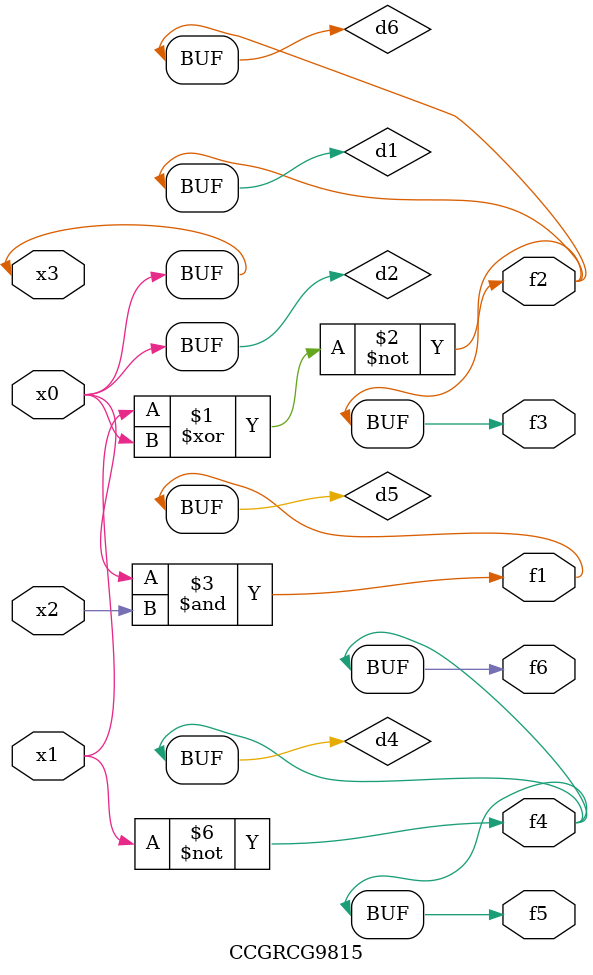
<source format=v>
module CCGRCG9815(
	input x0, x1, x2, x3,
	output f1, f2, f3, f4, f5, f6
);

	wire d1, d2, d3, d4, d5, d6;

	xnor (d1, x1, x3);
	buf (d2, x0, x3);
	nand (d3, x0, x2);
	not (d4, x1);
	nand (d5, d3);
	or (d6, d1);
	assign f1 = d5;
	assign f2 = d6;
	assign f3 = d6;
	assign f4 = d4;
	assign f5 = d4;
	assign f6 = d4;
endmodule

</source>
